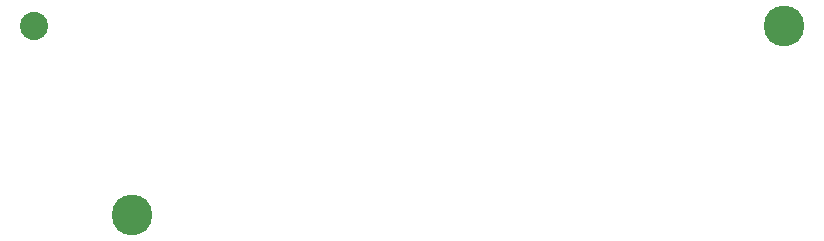
<source format=gbr>
%TF.GenerationSoftware,KiCad,Pcbnew,9.0.0*%
%TF.CreationDate,2025-07-02T16:13:17+05:30*%
%TF.ProjectId,ESP32 GPS + GSM Tracker,45535033-3220-4475-9053-202b2047534d,rev?*%
%TF.SameCoordinates,Original*%
%TF.FileFunction,NonPlated,1,4,NPTH,Drill*%
%TF.FilePolarity,Positive*%
%FSLAX46Y46*%
G04 Gerber Fmt 4.6, Leading zero omitted, Abs format (unit mm)*
G04 Created by KiCad (PCBNEW 9.0.0) date 2025-07-02 16:13:17*
%MOMM*%
%LPD*%
G01*
G04 APERTURE LIST*
%TA.AperFunction,ComponentDrill*%
%ADD10C,2.390000*%
%TD*%
%TA.AperFunction,ComponentDrill*%
%ADD11C,3.450000*%
%TD*%
G04 APERTURE END LIST*
D10*
%TO.C,BT1*%
X83700000Y-43865000D03*
D11*
X92030000Y-59865000D03*
X147230000Y-43865000D03*
M02*

</source>
